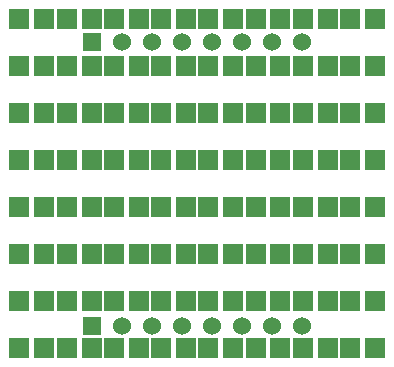
<source format=gts>
G04 (created by PCBNEW-RS274X (2011-aug-04)-testing) date Tue 12 Feb 2013 10:47:46 AM PST*
G01*
G70*
G90*
%MOIN*%
G04 Gerber Fmt 3.4, Leading zero omitted, Abs format*
%FSLAX34Y34*%
G04 APERTURE LIST*
%ADD10C,0.006000*%
%ADD11C,0.060000*%
%ADD12R,0.060000X0.060000*%
%ADD13R,0.067200X0.067200*%
G04 APERTURE END LIST*
G54D10*
G54D11*
X25799Y-21575D03*
X24799Y-21575D03*
X23799Y-21575D03*
G54D12*
X22799Y-21575D03*
G54D11*
X26799Y-21575D03*
X27799Y-21575D03*
X28799Y-21575D03*
X29799Y-21575D03*
X25799Y-31024D03*
X24799Y-31024D03*
X23799Y-31024D03*
G54D12*
X22799Y-31024D03*
G54D11*
X26799Y-31024D03*
X27799Y-31024D03*
X28799Y-31024D03*
X29799Y-31024D03*
G54D13*
X31398Y-28631D03*
X32224Y-28631D03*
X29823Y-28631D03*
X30649Y-28631D03*
X28248Y-28631D03*
X29074Y-28631D03*
X26674Y-28631D03*
X27500Y-28631D03*
X25099Y-28631D03*
X25925Y-28631D03*
X23524Y-28631D03*
X24350Y-28631D03*
X21949Y-28631D03*
X22775Y-28631D03*
X20374Y-28631D03*
X21200Y-28631D03*
X31398Y-27062D03*
X32224Y-27062D03*
X29823Y-27062D03*
X30649Y-27062D03*
X28248Y-27062D03*
X29074Y-27062D03*
X26674Y-27062D03*
X27500Y-27062D03*
X25099Y-27062D03*
X25925Y-27062D03*
X23524Y-27062D03*
X24350Y-27062D03*
X21949Y-27062D03*
X22775Y-27062D03*
X20374Y-30199D03*
X21200Y-30199D03*
X21949Y-30199D03*
X22775Y-30199D03*
X23524Y-30199D03*
X24350Y-30199D03*
X25099Y-30199D03*
X25925Y-30199D03*
X26674Y-30199D03*
X27500Y-30199D03*
X28248Y-30199D03*
X29074Y-30199D03*
X29823Y-30199D03*
X30649Y-30199D03*
X31398Y-30199D03*
X32224Y-30199D03*
X20374Y-31768D03*
X21200Y-31768D03*
X21949Y-31768D03*
X22775Y-31768D03*
X23524Y-31768D03*
X24350Y-31768D03*
X25099Y-31768D03*
X25925Y-31768D03*
X26674Y-31768D03*
X27500Y-31768D03*
X28248Y-31768D03*
X29074Y-31768D03*
X29823Y-31768D03*
X30649Y-31768D03*
X31398Y-31768D03*
X32224Y-31768D03*
X20374Y-20787D03*
X21200Y-20787D03*
X21949Y-20787D03*
X22775Y-20787D03*
X23524Y-20787D03*
X24350Y-20787D03*
X25099Y-20787D03*
X25925Y-20787D03*
X26674Y-20787D03*
X27500Y-20787D03*
X28248Y-20787D03*
X29074Y-20787D03*
X29823Y-20787D03*
X30649Y-20787D03*
X31398Y-20787D03*
X32224Y-20787D03*
X20374Y-22356D03*
X21200Y-22356D03*
X21949Y-22356D03*
X22775Y-22356D03*
X23524Y-22356D03*
X24350Y-22356D03*
X25099Y-22356D03*
X25925Y-22356D03*
X26674Y-22356D03*
X27500Y-22356D03*
X28248Y-22356D03*
X29074Y-22356D03*
X29823Y-22356D03*
X30649Y-22356D03*
X31398Y-22356D03*
X32224Y-22356D03*
X20374Y-27062D03*
X21200Y-27062D03*
X31398Y-25493D03*
X32224Y-25493D03*
X29823Y-25493D03*
X30649Y-25493D03*
X28248Y-25493D03*
X29074Y-25493D03*
X26674Y-25493D03*
X27500Y-25493D03*
X25099Y-25493D03*
X25925Y-25493D03*
X23524Y-25493D03*
X24350Y-25493D03*
X21949Y-25493D03*
X22775Y-25493D03*
X20374Y-25493D03*
X21200Y-25493D03*
X31398Y-23925D03*
X32224Y-23925D03*
X29823Y-23925D03*
X30649Y-23925D03*
X28248Y-23925D03*
X29074Y-23925D03*
X26674Y-23925D03*
X27500Y-23925D03*
X25099Y-23925D03*
X25925Y-23925D03*
X23524Y-23925D03*
X24350Y-23925D03*
X21949Y-23925D03*
X22775Y-23925D03*
X20374Y-23925D03*
X21200Y-23925D03*
M02*

</source>
